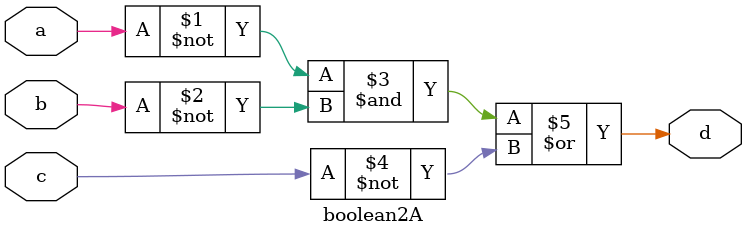
<source format=v>
`timescale 1ns / 1ps


module boolean2A(
    input a, b, c,
    output d
    );
    
assign d=((~a)&(~b))|(~c);

endmodule

</source>
